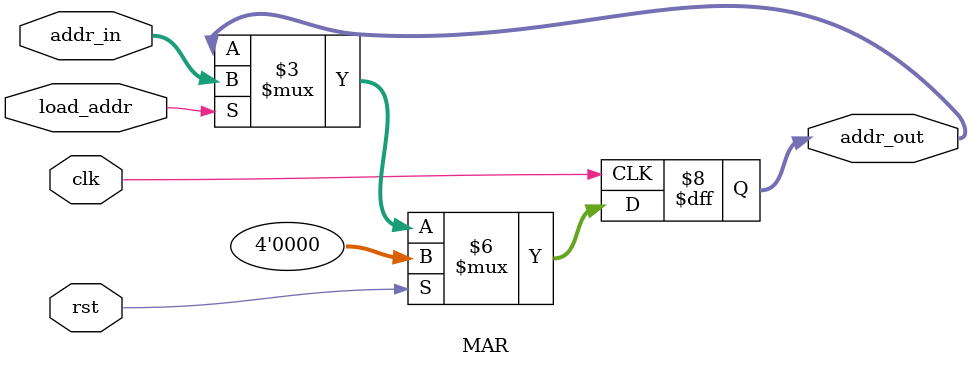
<source format=v>
module MAR( clk, rst, load_addr,addr_in, addr_out);
input clk, rst, load_addr;
input [3:0] addr_in;
output reg [3:0] addr_out;

always @(posedge clk)
	if (rst)
		addr_out <=0;
		
	else if (load_addr)
		addr_out <= addr_in;
	
	else 
		addr_out <= addr_out;
		
endmodule 
</source>
